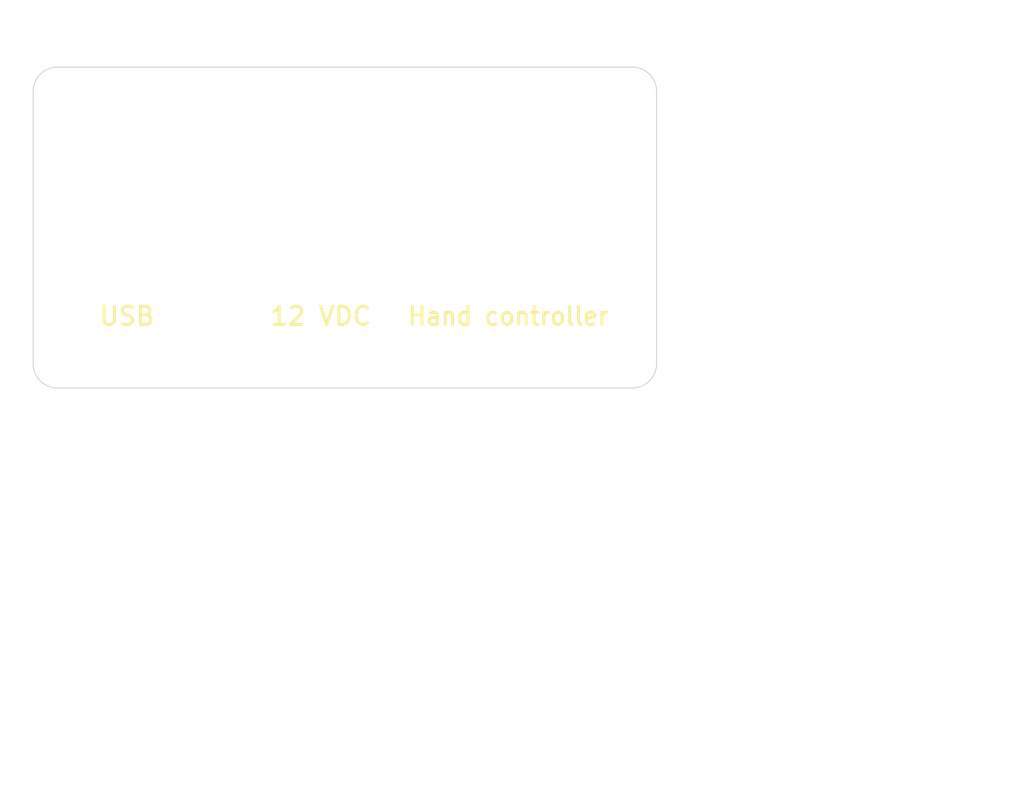
<source format=kicad_pcb>
(kicad_pcb (version 20171130) (host pcbnew 5.0.2+dfsg1-1)

  (general
    (thickness 1.6)
    (drawings 12)
    (tracks 0)
    (zones 0)
    (modules 9)
    (nets 1)
  )

  (page A4)
  (layers
    (0 F.Cu signal)
    (31 B.Cu signal)
    (32 B.Adhes user)
    (33 F.Adhes user)
    (34 B.Paste user)
    (35 F.Paste user)
    (36 B.SilkS user)
    (37 F.SilkS user)
    (38 B.Mask user)
    (39 F.Mask user)
    (40 Dwgs.User user)
    (41 Cmts.User user)
    (42 Eco1.User user)
    (43 Eco2.User user)
    (44 Edge.Cuts user)
    (45 Margin user)
    (46 B.CrtYd user)
    (47 F.CrtYd user)
    (48 B.Fab user)
    (49 F.Fab user)
  )

  (setup
    (last_trace_width 0.25)
    (trace_clearance 0.2)
    (zone_clearance 0.508)
    (zone_45_only no)
    (trace_min 0.2)
    (segment_width 0.2)
    (edge_width 0.15)
    (via_size 0.8)
    (via_drill 0.4)
    (via_min_size 0.4)
    (via_min_drill 0.3)
    (uvia_size 0.3)
    (uvia_drill 0.1)
    (uvias_allowed no)
    (uvia_min_size 0.2)
    (uvia_min_drill 0.1)
    (pcb_text_width 0.3)
    (pcb_text_size 1.5 1.5)
    (mod_edge_width 0.15)
    (mod_text_size 1 1)
    (mod_text_width 0.15)
    (pad_size 3.1 3.1)
    (pad_drill 3.1)
    (pad_to_mask_clearance 0.051)
    (solder_mask_min_width 0.25)
    (aux_axis_origin 0 0)
    (visible_elements FFFFFF7F)
    (pcbplotparams
      (layerselection 0x00020_7ffffffe)
      (usegerberextensions false)
      (usegerberattributes false)
      (usegerberadvancedattributes false)
      (creategerberjobfile false)
      (excludeedgelayer true)
      (linewidth 0.100000)
      (plotframeref false)
      (viasonmask false)
      (mode 1)
      (useauxorigin false)
      (hpglpennumber 1)
      (hpglpenspeed 20)
      (hpglpendiameter 15.000000)
      (psnegative false)
      (psa4output false)
      (plotreference true)
      (plotvalue true)
      (plotinvisibletext false)
      (padsonsilk false)
      (subtractmaskfromsilk false)
      (outputformat 3)
      (mirror false)
      (drillshape 0)
      (scaleselection 1)
      (outputdirectory ""))
  )

  (net 0 "")

  (net_class Default "Это класс цепей по умолчанию."
    (clearance 0.2)
    (trace_width 0.25)
    (via_dia 0.8)
    (via_drill 0.4)
    (uvia_dia 0.3)
    (uvia_drill 0.1)
  )

  (module footprints:USB_B_flange (layer F.Cu) (tedit 5F8FD7D7) (tstamp 5F8EF1AD)
    (at 115.5 86.14)
    (fp_text reference USB (at 0 5) (layer F.SilkS)
      (effects (font (size 3 3) (thickness 0.5)))
    )
    (fp_text value USB_B_flange (at 0 -13) (layer F.Fab)
      (effects (font (size 1 1) (thickness 0.15)))
    )
    (fp_line (start -8 8) (end -8 -12) (layer B.CrtYd) (width 0.1))
    (fp_line (start 8 8) (end -8 8) (layer B.CrtYd) (width 0.1))
    (fp_line (start 8 -12) (end 8 8) (layer B.CrtYd) (width 0.1))
    (fp_line (start -8 -12) (end 8 -12) (layer B.CrtYd) (width 0.1))
    (fp_line (start -6.02 0) (end 6.02 0) (layer F.Fab) (width 0.05))
    (fp_line (start -6.02 -11.05) (end 6.02 -11.05) (layer F.Fab) (width 0.05))
    (fp_line (start -6.02 0) (end -6.02 -11.05) (layer F.Fab) (width 0.05))
    (fp_line (start 6.02 0) (end 6.02 -11.05) (layer F.Fab) (width 0.05))
    (pad "" np_thru_hole oval (at 0 -1) (size 12.3 2) (drill oval 12.3 2) (layers *.Cu *.Mask))
    (pad "" np_thru_hole oval (at 0 -2.5) (size 12.3 2) (drill oval 12.3 2) (layers *.Cu *.Mask))
    (pad "" np_thru_hole oval (at 0 -4) (size 12.3 2) (drill oval 12.3 2) (layers *.Cu *.Mask))
    (pad "" np_thru_hole oval (at 0 -5.5) (size 12.3 2) (drill oval 12.3 2) (layers *.Cu *.Mask))
    (pad "" np_thru_hole oval (at 0 -7) (size 12.3 2) (drill oval 12.3 2) (layers *.Cu *.Mask))
    (pad "" np_thru_hole oval (at 0 -8.5) (size 12.3 2) (drill oval 12.3 2) (layers *.Cu *.Mask))
    (pad "" np_thru_hole oval (at 0 -10) (size 12.3 2) (drill oval 12.3 2) (layers *.Cu *.Mask))
    (pad "" np_thru_hole oval (at 5.9 -5.55 90) (size 11.1 0.5) (drill oval 11.1 0.5) (layers *.Cu *.Mask))
    (pad "" np_thru_hole oval (at -5.9 -5.55 90) (size 11.1 0.5) (drill oval 11.1 0.5) (layers *.Cu *.Mask))
    (pad "" np_thru_hole oval (at 0 -0.2) (size 12.3 0.5) (drill oval 12.3 0.5) (layers *.Cu *.Mask))
    (pad "" np_thru_hole oval (at 0 -10.9) (size 12.3 0.5) (drill oval 12.3 0.5) (layers *.Cu *.Mask))
  )

  (module footprints:DB9_end_plate (layer F.Cu) (tedit 5F912728) (tstamp 5F8FDA24)
    (at 178.5 86.14)
    (fp_text reference "Hand controller" (at 0 5) (layer F.SilkS)
      (effects (font (size 3 2.8) (thickness 0.5)))
    )
    (fp_text value DB9_end_plate (at 0 -14) (layer F.Fab)
      (effects (font (size 1 1) (thickness 0.15)))
    )
    (fp_line (start -17 9) (end -17 -13) (layer B.CrtYd) (width 0.1))
    (fp_line (start 17 9) (end -17 9) (layer B.CrtYd) (width 0.1))
    (fp_line (start 17 -13) (end 17 9) (layer B.CrtYd) (width 0.1))
    (fp_line (start -17 -13) (end 17 -13) (layer B.CrtYd) (width 0.1))
    (fp_line (start -17 -6.3) (end 17 -6.3) (layer F.Fab) (width 0.05))
    (fp_line (start -8 -11.8) (end 8 -11.8) (layer F.Fab) (width 0.05))
    (fp_line (start 8 -0.8) (end 8 -11.8) (layer F.Fab) (width 0.05))
    (fp_line (start -8 -0.8) (end 8 -0.8) (layer F.Fab) (width 0.05))
    (fp_line (start -8 -0.8) (end -8 -11.8) (layer F.Fab) (width 0.05))
    (pad "" np_thru_hole oval (at 0 -2.8) (size 16 2) (drill oval 16 2) (layers *.Cu *.Mask))
    (pad "" np_thru_hole oval (at 0 -9.8) (size 18 4) (drill oval 18 4) (layers *.Cu *.Mask))
    (pad "" np_thru_hole oval (at 0 -2.8) (size 18 4) (drill oval 18 4) (layers *.Cu *.Mask))
    (pad "" np_thru_hole oval (at 0 -6.3) (size 31.2 6.7) (drill oval 31.2 6.7) (layers *.Cu *.Mask))
  )

  (module footprints:NC5MBH_flange (layer F.Cu) (tedit 5F8FD7D3) (tstamp 5F8EBC82)
    (at 147.5 86.14)
    (fp_text reference "12 VDC" (at 0 5) (layer F.SilkS)
      (effects (font (size 3 3) (thickness 0.5)))
    )
    (fp_text value NC5MBH_flange (at 0 -25) (layer F.Fab)
      (effects (font (size 1 1) (thickness 0.15)))
    )
    (pad "" np_thru_hole circle (at 9.9 -2.6) (size 3.2 3.2) (drill 3.2) (layers *.Cu *.Mask))
    (pad "" np_thru_hole circle (at -9.9 -22.4) (size 3.2 3.2) (drill 3.2) (layers *.Cu *.Mask))
    (pad "" np_thru_hole circle (at 0 -12.5) (size 22 22) (drill 22) (layers *.Cu *.Mask))
  )

  (module "" (layer F.Cu) (tedit 5F903E95) (tstamp 0)
    (at 133 91)
    (fp_text reference "" (at 130.5 81.14) (layer F.SilkS)
      (effects (font (size 1.27 1.27) (thickness 0.15)))
    )
    (fp_text value "" (at 130.5 81.14) (layer F.SilkS)
      (effects (font (size 1.27 1.27) (thickness 0.15)))
    )
    (fp_text user "12 VDC" (at 36 18) (layer F.SilkS) hide
      (effects (font (size 3 3) (thickness 0.5)))
    )
  )

  (module MountingHole:MountingHole_4.3mm_M4 (layer F.Cu) (tedit 5F8FD7B1) (tstamp 5F8FDBB1)
    (at 130.5 81.14)
    (descr "Mounting Hole 4.3mm, no annular, M4")
    (tags "mounting hole 4.3mm no annular m4")
    (attr virtual)
    (fp_text reference REF** (at 0 -5.3) (layer F.SilkS) hide
      (effects (font (size 1 1) (thickness 0.15)))
    )
    (fp_text value LED (at 0 5.3) (layer F.Fab)
      (effects (font (size 1 1) (thickness 0.15)))
    )
    (fp_circle (center 0 0) (end 4.55 0) (layer F.CrtYd) (width 0.05))
    (fp_circle (center 0 0) (end 4.3 0) (layer Cmts.User) (width 0.15))
    (fp_text user %R (at 0.3 -3.14) (layer F.Fab)
      (effects (font (size 1 1) (thickness 0.15)))
    )
    (pad "" np_thru_hole circle (at 0 0) (size 3.1 3.1) (drill 3.1) (layers *.Cu *.Mask))
  )

  (module MountingHole:MountingHole_4.3mm_M4 (layer F.Cu) (tedit 5F8EA9CF) (tstamp 5F8EB604)
    (at 199 54)
    (descr "Mounting Hole 4.3mm, no annular, M4")
    (tags "mounting hole 4.3mm no annular m4")
    (attr virtual)
    (fp_text reference REF** (at 0 -5.3) (layer F.SilkS) hide
      (effects (font (size 1 1) (thickness 0.15)))
    )
    (fp_text value MountingHole_4.3mm_M4 (at 0 5.3) (layer F.Fab)
      (effects (font (size 1 1) (thickness 0.15)))
    )
    (fp_text user %R (at 0.3 0) (layer F.Fab)
      (effects (font (size 1 1) (thickness 0.15)))
    )
    (fp_circle (center 0 0) (end 4.3 0) (layer Cmts.User) (width 0.15))
    (fp_circle (center 0 0) (end 4.55 0) (layer F.CrtYd) (width 0.05))
    (pad "" np_thru_hole circle (at 0 0) (size 4.2 4.2) (drill 4.2) (layers *.Cu *.Mask))
  )

  (module MountingHole:MountingHole_4.3mm_M4 (layer F.Cu) (tedit 5F8EA9CF) (tstamp 5F8EB5F2)
    (at 199 99)
    (descr "Mounting Hole 4.3mm, no annular, M4")
    (tags "mounting hole 4.3mm no annular m4")
    (attr virtual)
    (fp_text reference REF** (at 0 -5.3) (layer F.SilkS) hide
      (effects (font (size 1 1) (thickness 0.15)))
    )
    (fp_text value MountingHole_4.3mm_M4 (at 0 5.3) (layer F.Fab)
      (effects (font (size 1 1) (thickness 0.15)))
    )
    (fp_circle (center 0 0) (end 4.55 0) (layer F.CrtYd) (width 0.05))
    (fp_circle (center 0 0) (end 4.3 0) (layer Cmts.User) (width 0.15))
    (fp_text user %R (at 0.3 0) (layer F.Fab)
      (effects (font (size 1 1) (thickness 0.15)))
    )
    (pad "" np_thru_hole circle (at 0 0) (size 4.2 4.2) (drill 4.2) (layers *.Cu *.Mask))
  )

  (module MountingHole:MountingHole_4.3mm_M4 (layer F.Cu) (tedit 5F8EA9CF) (tstamp 5F8EB5CC)
    (at 104 99)
    (descr "Mounting Hole 4.3mm, no annular, M4")
    (tags "mounting hole 4.3mm no annular m4")
    (attr virtual)
    (fp_text reference REF** (at 0 -5.3) (layer F.SilkS) hide
      (effects (font (size 1 1) (thickness 0.15)))
    )
    (fp_text value MountingHole_4.3mm_M4 (at 0 5.3) (layer F.Fab)
      (effects (font (size 1 1) (thickness 0.15)))
    )
    (fp_text user %R (at 0.3 0) (layer F.Fab)
      (effects (font (size 1 1) (thickness 0.15)))
    )
    (fp_circle (center 0 0) (end 4.3 0) (layer Cmts.User) (width 0.15))
    (fp_circle (center 0 0) (end 4.55 0) (layer F.CrtYd) (width 0.05))
    (pad "" np_thru_hole circle (at 0 0) (size 4.2 4.2) (drill 4.2) (layers *.Cu *.Mask))
  )

  (module MountingHole:MountingHole_4.3mm_M4 (layer F.Cu) (tedit 5F8EA9CF) (tstamp 5F8EB5A1)
    (at 104 54)
    (descr "Mounting Hole 4.3mm, no annular, M4")
    (tags "mounting hole 4.3mm no annular m4")
    (attr virtual)
    (fp_text reference REF** (at 0 -5.3) (layer F.SilkS) hide
      (effects (font (size 1 1) (thickness 0.15)))
    )
    (fp_text value MountingHole_4.3mm_M4 (at 0 5.3) (layer F.Fab)
      (effects (font (size 1 1) (thickness 0.15)))
    )
    (fp_circle (center 0 0) (end 4.55 0) (layer F.CrtYd) (width 0.05))
    (fp_circle (center 0 0) (end 4.3 0) (layer Cmts.User) (width 0.15))
    (fp_text user %R (at 0.3 0) (layer F.Fab)
      (effects (font (size 1 1) (thickness 0.15)))
    )
    (pad "" np_thru_hole circle (at 0 0) (size 4.2 4.2) (drill 4.2) (layers *.Cu *.Mask))
  )

  (gr_line (start 151.5 85.64) (end 151.5 61.64) (layer F.Fab) (width 0.05) (tstamp 5F8EB747))
  (gr_line (start 151.5 39) (end 151.5 112) (layer F.Fab) (width 0.2))
  (gr_line (start 100 86.14) (end 203 86.14) (layer F.Fab) (width 0.05) (tstamp 5F8EB67B))
  (gr_line (start 100 87.74) (end 203 87.74) (layer F.Fab) (width 0.05))
  (gr_arc (start 104 54) (end 104 50) (angle -90) (layer Edge.Cuts) (width 0.15) (tstamp 5F8EB651))
  (gr_arc (start 104 99) (end 100 99) (angle -90) (layer Edge.Cuts) (width 0.15) (tstamp 5F8EB633))
  (gr_arc (start 199 99) (end 199 103) (angle -90) (layer Edge.Cuts) (width 0.15) (tstamp 5F8EB633))
  (gr_arc (start 199 54) (end 203 54) (angle -90) (layer Edge.Cuts) (width 0.15))
  (gr_line (start 100 99) (end 100 54) (layer Edge.Cuts) (width 0.15))
  (gr_line (start 199 103) (end 104 103) (layer Edge.Cuts) (width 0.15))
  (gr_line (start 203 54) (end 203 99) (layer Edge.Cuts) (width 0.15))
  (gr_line (start 104 50) (end 199 50) (layer Edge.Cuts) (width 0.15))

)

</source>
